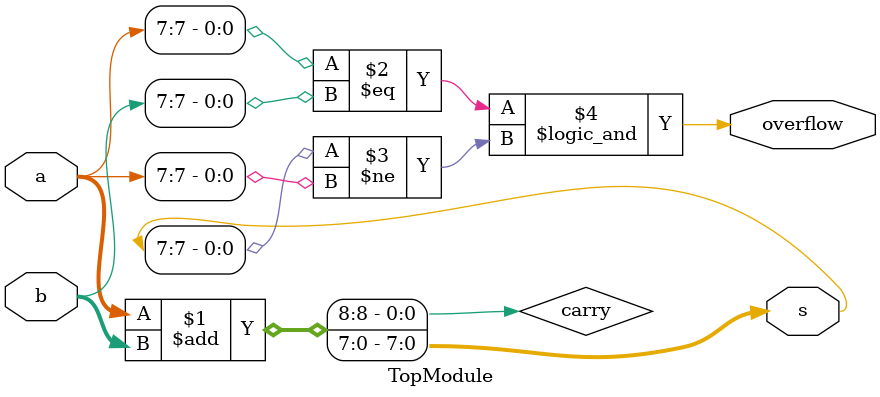
<source format=sv>
module TopModule (
    input logic [7:0] a,
    input logic [7:0] b,
    output logic [7:0] s,
    output logic overflow
);
    logic carry;

    assign {carry, s} = a + b;
    assign overflow = (a[7] == b[7]) && (s[7] != a[7]);

endmodule
</source>
